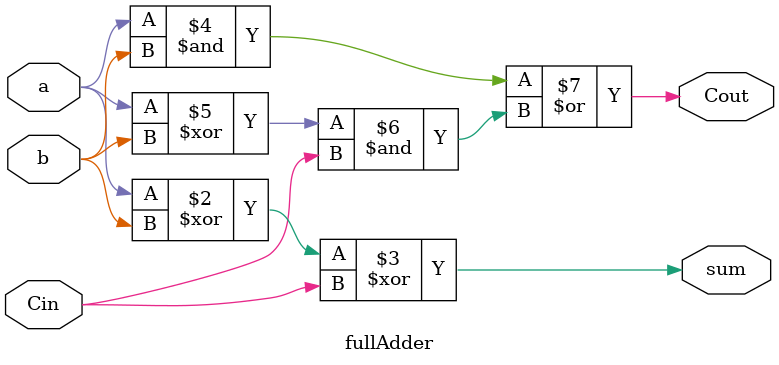
<source format=v>
module fullAdder (
    sum,Cout,a,b,Cin
);
    input a, b , Cin;
    output reg sum, Cout;

    always @(a or b or Cin) begin
        sum = a^b^Cin;
        Cout = a&b | (a^b)&Cin ;
    end
endmodule

</source>
